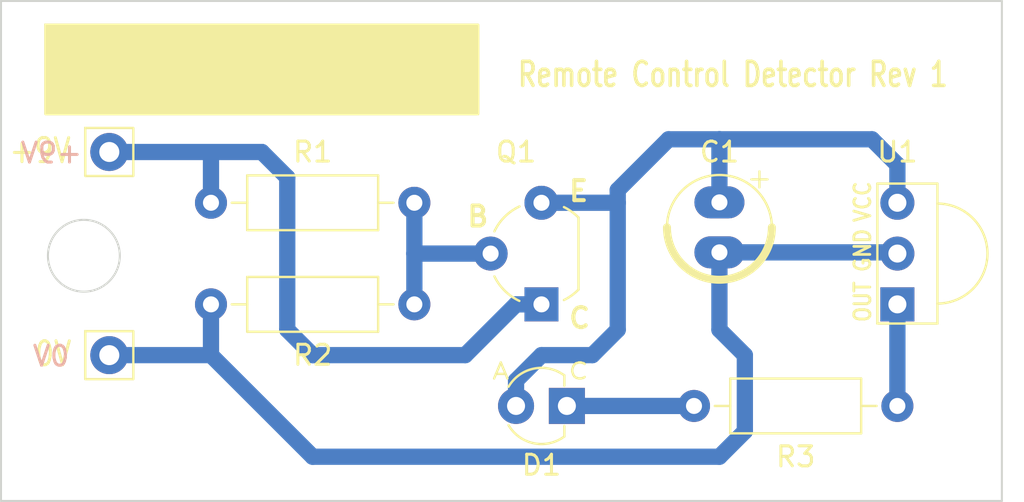
<source format=kicad_pcb>
(kicad_pcb (version 20221018) (generator pcbnew)
  (layers (0 "F.Cu" signal) (31 "B.Cu" signal) (34 "B.Paste" user) (35 "F.Paste" user) (36 "B.SilkS" user "B.Silkscreen") (37 "F.SilkS" user "F.Silkscreen") (38 "B.Mask" user) (39 "F.Mask" user) (44 "Edge.Cuts" user))
  (net 0 "")
  (net 1 "Net-(D1-A)")
  (net 2 "0V")
  (net 3 "Net-(D1-K)")
  (net 4 "+9V")
  (net 5 "Net-(Q1-B)")
  (net 6 "Net-(R3-Pad2)")
  (footprint "User Global Library:CP_Radial_D5.0mm_P2.50mm" (layer "F.Cu") (at 135.89 86.32 -90)
    (fp_text reference "C1" (at -3.77 0 -180) (layer "F.SilkS"))
    (fp_text value "10u")
    (fp_line (start -2.8 -2) (end -2 -2) (stroke (width 0.12)) (layer "F.SilkS"))
    (fp_line (start -2.4 -2.4) (end -2.4 -1.6) (stroke (width 0.12)) (layer "F.SilkS"))
    (fp_arc (start 0 -2.62) (mid 2.62 0) (end 0 2.62) (stroke (width 0.4)) (layer "F.SilkS"))
    (fp_circle (center 0 0) (end 2.62 0) (stroke (width 0.12)) (fill none) (layer "F.SilkS"))
    (pad "1" thru_hole oval (at -1.25 0 270) (size 1.6 2.5) (drill 0.8) (layers "*.Cu" "*.Mask") (net 1 "Net-(D1-A)"))
    (pad "2" thru_hole oval (at 1.25 0 270) (size 1.6 2.5) (drill 0.8) (layers "*.Cu" "*.Mask") (net 2 "0V"))
  )
  (footprint "Mini_Experimenter_Footprint_Library:TL1838" (layer "F.Cu") (at 144.78 87.63 90)
    (fp_text reference "U1" (at 5.08 0 180) (layer "F.SilkS"))
    (fp_text value "TL1838")
    (fp_text user "VCC" (at 1.5 -1.27 90 unlocked) (layer "F.SilkS") (effects (font (size 0.8 0.7) (thickness 0.14) bold) (justify left bottom)))
    (fp_text user "OUT" (at -3.5 -1.27 90 unlocked) (layer "F.SilkS") (effects (font (size 0.8 0.7) (thickness 0.14) bold) (justify left bottom)))
    (fp_text user "GND" (at -1 -1.27 90 unlocked) (layer "F.SilkS") (effects (font (size 0.8 0.7) (thickness 0.14) bold) (justify left bottom)))
    (fp_line (start -3.5 -1) (end 3.5 -1) (stroke (width 0.12)) (layer "F.SilkS"))
    (fp_line (start -3.5 2) (end -3.5 -1) (stroke (width 0.12)) (layer "F.SilkS"))
    (fp_line (start 3.5 -1) (end 3.5 2) (stroke (width 0.12)) (layer "F.SilkS"))
    (fp_line (start 3.5 2) (end -3.5 2) (stroke (width 0.12)) (layer "F.SilkS"))
    (fp_arc (start 2.5 2) (mid 0 4.5) (end -2.5 2) (stroke (width 0.12)) (layer "F.SilkS"))
    (pad "1" thru_hole rect (at -2.54 0 90) (size 1.7 1.7) (drill 0.9) (layers "*.Cu" "*.Mask") (net 6 "Net-(R3-Pad2)"))
    (pad "2" thru_hole circle (at 0 0 90) (size 1.7 1.7) (drill 0.9) (layers "*.Cu" "*.Mask") (net 2 "0V"))
    (pad "3" thru_hole circle (at 2.54 0 90) (size 1.7 1.7) (drill 0.9) (layers "*.Cu" "*.Mask") (net 1 "Net-(D1-A)"))
  )
  (footprint "Mini_Experimenter_Footprint_Library:LED_3mm" (layer "F.Cu") (at 128.27 95.25 180)
    (fp_text reference "D1" (at 1.27 -2.96) (layer "F.SilkS"))
    (fp_text value "LED")
    (fp_text user "A" (at 3.81 1.27 unlocked) (layer "F.SilkS") (effects (font (size 0.8 1) (thickness 0.12)) (justify left bottom)))
    (fp_text user "C" (at 0 1.27 unlocked) (layer "F.SilkS") (effects (font (size 0.8 1) (thickness 0.12)) (justify left bottom)))
    (fp_line (start 0.127 -1.524) (end 0.127 -1) (stroke (width 0.12)) (layer "F.SilkS"))
    (fp_line (start 0.127 1.532) (end 0.127 1.008) (stroke (width 0.12)) (layer "F.SilkS"))
    (fp_arc (start 0.127 -1.524) (mid 1.647738 -1.867174) (end 2.915499 -0.959874) (stroke (width 0.12)) (layer "F.SilkS"))
    (fp_arc (start 2.915499 0.959874) (mid 1.647738 1.867174) (end 0.127 1.524) (stroke (width 0.12)) (layer "F.SilkS"))
    (pad "1" thru_hole rect (at 0 0 180) (size 1.8 1.8) (drill 0.9) (layers "*.Cu" "*.Mask") (net 3 "Net-(D1-K)"))
    (pad "2" thru_hole circle (at 2.54 0 180) (size 1.8 1.8) (drill 0.9) (layers "*.Cu" "*.Mask") (net 1 "Net-(D1-A)"))
  )
  (footprint "User Global Library:Terminal-Single-Hole-1mm" (layer "F.Cu") (at 105.41 92.71)
    (fp_text reference "J2" hide)
    (fp_text value "~")
    (fp_rect (start -1.2 -1.2) (end 1.2 1.2) (stroke (width 0.12)) (fill none) (layer "F.SilkS"))
    (pad "1" thru_hole circle (at 0 0) (size 1.9 1.9) (drill 1) (layers "*.Cu" "*.Mask") (net 2 "0V"))
  )
  (footprint "User Global Library:TO-92_Wide_BJT" (layer "F.Cu") (at 127 90.17 90)
    (fp_text reference "Q1" (at 7.62 -1.27 180) (layer "F.SilkS"))
    (fp_text value "BC547")
    (fp_text user "C" (at -1.27 1.27 unlocked) (layer "F.SilkS") (effects (font (thickness 0.2) bold) (justify left bottom)))
    (fp_text user "E" (at 5.08 1.27 unlocked) (layer "F.SilkS") (effects (font (thickness 0.2) bold) (justify left bottom)))
    (fp_text user "B" (at 3.81 -3.81 unlocked) (layer "F.SilkS") (effects (font (thickness 0.2) bold) (justify left bottom)))
    (fp_line (start 0.74 1.85) (end 4.34 1.85) (stroke (width 0.12)) (layer "F.SilkS"))
    (fp_arc (start 0.172801 -1.103842) (mid 0.678995 -1.832692) (end 1.4 -2.35) (stroke (width 0.12)) (layer "F.SilkS"))
    (fp_arc (start 0.74 1.85) (mid 0.446097 1.509328) (end 0.215816 1.122795) (stroke (width 0.12)) (layer "F.SilkS"))
    (fp_arc (start 3.65 -2.35) (mid 4.382279 -1.833196) (end 4.895458 -1.098371) (stroke (width 0.12)) (layer "F.SilkS"))
    (fp_arc (start 4.864184 1.122795) (mid 4.633903 1.509328) (end 4.34 1.85) (stroke (width 0.12)) (layer "F.SilkS"))
    (pad "1" thru_hole rect (at 0 0 90) (size 1.7 1.7) (drill 0.8) (layers "*.Cu" "*.Mask") (net 4 "+9V"))
    (pad "2" thru_hole circle (at 2.54 -2.54 90) (size 1.7 1.7) (drill 0.8) (layers "*.Cu" "*.Mask") (net 5 "Net-(Q1-B)"))
    (pad "3" thru_hole circle (at 5.08 0 90) (size 1.7 1.7) (drill 0.8) (layers "*.Cu" "*.Mask") (net 1 "Net-(D1-A)"))
  )
  (footprint "Resistor_THT:R_Axial_DIN0207_L6.3mm_D2.5mm_P10.16mm_Horizontal" (layer "F.Cu") (at 110.49 90.17)
    (fp_text reference "R2" (at 5.08 2.54) (layer "F.SilkS"))
    (fp_text value "10k")
    (fp_line (start 1.04 0) (end 1.81 0) (stroke (width 0.12)) (layer "F.SilkS"))
    (fp_line (start 1.81 -1.37) (end 1.81 1.37) (stroke (width 0.12)) (layer "F.SilkS"))
    (fp_line (start 1.81 1.37) (end 8.35 1.37) (stroke (width 0.12)) (layer "F.SilkS"))
    (fp_line (start 8.35 -1.37) (end 1.81 -1.37) (stroke (width 0.12)) (layer "F.SilkS"))
    (fp_line (start 8.35 1.37) (end 8.35 -1.37) (stroke (width 0.12)) (layer "F.SilkS"))
    (fp_line (start 9.12 0) (end 8.35 0) (stroke (width 0.12)) (layer "F.SilkS"))
    (pad "1" thru_hole circle (at 0 0) (size 1.6 1.6) (drill 0.8) (layers "*.Cu" "*.Mask") (net 2 "0V"))
    (pad "2" thru_hole oval (at 10.16 0) (size 1.6 1.6) (drill 0.8) (layers "*.Cu" "*.Mask") (net 5 "Net-(Q1-B)"))
  )
  (footprint "User Global Library:Terminal-Single-Hole-1mm" (layer "F.Cu") (at 105.41 82.55)
    (fp_text reference "J1" hide)
    (fp_text value "~")
    (fp_rect (start -1.2 -1.2) (end 1.2 1.2) (stroke (width 0.12)) (fill none) (layer "F.SilkS"))
    (pad "1" thru_hole circle (at 0 0) (size 1.9 1.9) (drill 1) (layers "*.Cu" "*.Mask") (net 4 "+9V"))
  )
  (footprint "Resistor_THT:R_Axial_DIN0207_L6.3mm_D2.5mm_P10.16mm_Horizontal" (layer "F.Cu") (at 134.62 95.25)
    (fp_text reference "R3" (at 5.08 2.54) (layer "F.SilkS"))
    (fp_text value "220R")
    (fp_line (start 1.04 0) (end 1.81 0) (stroke (width 0.12)) (layer "F.SilkS"))
    (fp_line (start 1.81 -1.37) (end 1.81 1.37) (stroke (width 0.12)) (layer "F.SilkS"))
    (fp_line (start 1.81 1.37) (end 8.35 1.37) (stroke (width 0.12)) (layer "F.SilkS"))
    (fp_line (start 8.35 -1.37) (end 1.81 -1.37) (stroke (width 0.12)) (layer "F.SilkS"))
    (fp_line (start 8.35 1.37) (end 8.35 -1.37) (stroke (width 0.12)) (layer "F.SilkS"))
    (fp_line (start 9.12 0) (end 8.35 0) (stroke (width 0.12)) (layer "F.SilkS"))
    (pad "1" thru_hole circle (at 0 0) (size 1.6 1.6) (drill 0.8) (layers "*.Cu" "*.Mask") (net 3 "Net-(D1-K)"))
    (pad "2" thru_hole oval (at 10.16 0) (size 1.6 1.6) (drill 0.8) (layers "*.Cu" "*.Mask") (net 6 "Net-(R3-Pad2)"))
  )
  (footprint "Resistor_THT:R_Axial_DIN0207_L6.3mm_D2.5mm_P10.16mm_Horizontal" (layer "F.Cu") (at 120.65 85.09 180)
    (fp_text reference "R1" (at 5.08 2.54) (layer "F.SilkS"))
    (fp_text value "10k")
    (fp_line (start 1.04 0) (end 1.81 0) (stroke (width 0.12)) (layer "F.SilkS"))
    (fp_line (start 1.81 -1.37) (end 1.81 1.37) (stroke (width 0.12)) (layer "F.SilkS"))
    (fp_line (start 1.81 1.37) (end 8.35 1.37) (stroke (width 0.12)) (layer "F.SilkS"))
    (fp_line (start 8.35 -1.37) (end 1.81 -1.37) (stroke (width 0.12)) (layer "F.SilkS"))
    (fp_line (start 8.35 1.37) (end 8.35 -1.37) (stroke (width 0.12)) (layer "F.SilkS"))
    (fp_line (start 9.12 0) (end 8.35 0) (stroke (width 0.12)) (layer "F.SilkS"))
    (pad "1" thru_hole circle (at 0 0 180) (size 1.6 1.6) (drill 0.8) (layers "*.Cu" "*.Mask") (net 5 "Net-(Q1-B)"))
    (pad "2" thru_hole oval (at 10.16 0 180) (size 1.6 1.6) (drill 0.8) (layers "*.Cu" "*.Mask") (net 4 "+9V"))
  )
  (gr_rect (start 102.235 76.2) (end 123.825 80.645) (stroke (width 0.15)) (fill solid) (layer "F.SilkS"))
  (gr_line (start 100 100) (end 150 100) (stroke (width 0.1)) (layer "Edge.Cuts"))
  (gr_line (start 150 100) (end 150 75) (stroke (width 0.1)) (layer "Edge.Cuts"))
  (gr_line (start 100 75) (end 100 100) (stroke (width 0.1)) (layer "Edge.Cuts"))
  (gr_line (start 150 75) (end 100 75) (stroke (width 0.1)) (layer "Edge.Cuts"))
  (gr_circle (center 104.14 87.738949) (end 105.41 89.008949) (stroke (width 0.1)) (fill none) (layer "Edge.Cuts"))
  (gr_text "0V" (at 103.505 93.345) (layer "B.SilkS") (effects (font (size 1 1)) (justify left bottom mirror)))
  (gr_text "+9V" (at 104.14 83.185) (layer "B.SilkS") (effects (font (size 1 1)) (justify left bottom mirror)))
  (gr_text "+9V" (at 100.33 83.185) (layer "F.SilkS") (effects (font (size 1.2 1)) (justify left bottom)))
  (gr_text "Remote Control Detector Rev 1" (at 125.73 79.375) (layer "F.SilkS") (effects (font (size 1.2 0.9) (thickness 0.18) bold) (justify left bottom)))
  (gr_text "0V" (at 101.6 93.345) (layer "F.SilkS") (effects (font (size 1.2 1)) (justify left bottom)))
  (segment (start 129.54 92.71) (end 130.81 91.44) (width 0.8128) (layer "B.Cu") (net 1))
  (segment (start 130.81 91.44) (end 130.81 85.09) (width 0.8128) (layer "B.Cu") (net 1))
  (segment (start 130.81 84.455) (end 133.35 81.915) (width 0.8128) (layer "B.Cu") (net 1))
  (segment (start 127 85.09) (end 130.81 85.09) (width 0.8128) (layer "B.Cu") (net 1))
  (segment (start 144.78 83.185) (end 144.78 85.09) (width 0.8128) (layer "B.Cu") (net 1))
  (segment (start 143.51 81.915) (end 144.78 83.185) (width 0.8128) (layer "B.Cu") (net 1))
  (segment (start 130.81 85.09) (end 130.81 84.455) (width 0.8128) (layer "B.Cu") (net 1))
  (segment (start 125.73 93.98) (end 127 92.71) (width 0.8128) (layer "B.Cu") (net 1))
  (segment (start 135.89 85.07) (end 135.89 81.915) (width 0.8128) (layer "B.Cu") (net 1))
  (segment (start 127 92.71) (end 129.54 92.71) (width 0.8128) (layer "B.Cu") (net 1))
  (segment (start 135.89 81.915) (end 143.51 81.915) (width 0.8128) (layer "B.Cu") (net 1))
  (segment (start 133.35 81.915) (end 135.89 81.915) (width 0.8128) (layer "B.Cu") (net 1))
  (segment (start 125.73 95.25) (end 125.73 93.98) (width 0.8128) (layer "B.Cu") (net 1))
  (segment (start 137.16 96.52) (end 135.89 97.79) (width 0.8128) (layer "B.Cu") (net 2))
  (segment (start 144.72 87.57) (end 144.78 87.63) (width 0.8128) (layer "B.Cu") (net 2))
  (segment (start 135.89 91.44) (end 137.16 92.71) (width 0.8128) (layer "B.Cu") (net 2))
  (segment (start 135.89 97.79) (end 115.57 97.79) (width 0.8128) (layer "B.Cu") (net 2))
  (segment (start 135.89 87.57) (end 135.89 91.44) (width 0.8128) (layer "B.Cu") (net 2))
  (segment (start 135.89 87.57) (end 144.72 87.57) (width 0.8128) (layer "B.Cu") (net 2))
  (segment (start 137.16 92.71) (end 137.16 96.52) (width 0.8128) (layer "B.Cu") (net 2))
  (segment (start 110.49 92.71) (end 110.49 90.17) (width 0.8128) (layer "B.Cu") (net 2))
  (segment (start 115.57 97.79) (end 110.49 92.71) (width 0.8128) (layer "B.Cu") (net 2))
  (segment (start 105.41 92.71) (end 110.49 92.71) (width 0.8128) (layer "B.Cu") (net 2))
  (segment (start 134.62 95.25) (end 128.27 95.25) (width 0.8128) (layer "B.Cu") (net 3))
  (segment (start 113.03 82.55) (end 110.49 82.55) (width 0.8128) (layer "B.Cu") (net 4))
  (segment (start 127 90.17) (end 125.73 90.17) (width 0.8128) (layer "B.Cu") (net 4))
  (segment (start 125.73 90.17) (end 123.19 92.71) (width 0.8128) (layer "B.Cu") (net 4))
  (segment (start 110.49 85.09) (end 110.49 82.55) (width 0.8128) (layer "B.Cu") (net 4))
  (segment (start 115.57 92.71) (end 114.3 91.44) (width 0.8128) (layer "B.Cu") (net 4))
  (segment (start 110.49 82.55) (end 105.41 82.55) (width 0.8128) (layer "B.Cu") (net 4))
  (segment (start 114.3 91.44) (end 114.3 83.82) (width 0.8128) (layer "B.Cu") (net 4))
  (segment (start 114.3 83.82) (end 113.03 82.55) (width 0.8128) (layer "B.Cu") (net 4))
  (segment (start 123.19 92.71) (end 115.57 92.71) (width 0.8128) (layer "B.Cu") (net 4))
  (segment (start 120.65 87.63) (end 120.65 90.17) (width 0.8128) (layer "B.Cu") (net 5))
  (segment (start 124.46 87.63) (end 120.65 87.63) (width 0.8128) (layer "B.Cu") (net 5))
  (segment (start 120.65 85.09) (end 120.65 87.63) (width 0.8128) (layer "B.Cu") (net 5))
  (segment (start 144.78 90.17) (end 144.78 95.25) (width 0.8128) (layer "B.Cu") (net 6))
)
</source>
